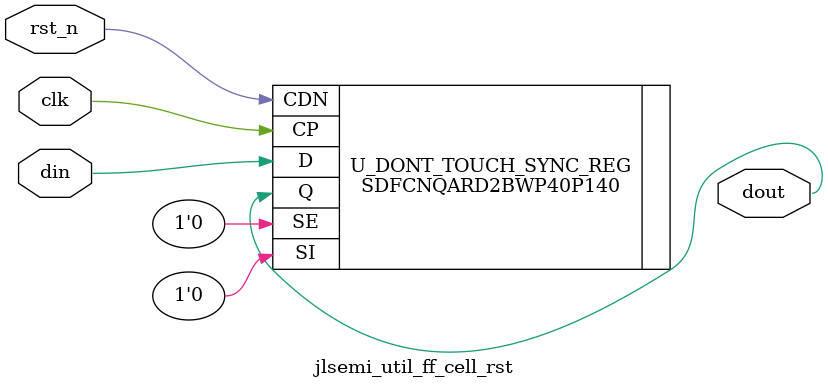
<source format=v>
module jlsemi_cell_logic_mux_cell (
    input   wire    I0,
    input   wire    I1,
    input   wire    S,
    output  wire    Z
);

MUX2D2BWP40P140 U_DONT_TOUCH_DATA_MUX (
    .I0 (I0 ),
    .I1 (I1 ),
    .S  (S  ),
    .Z  (Z  )
);

endmodule

// jlsemi_cell_clk_buf_cell
module jlsemi_cell_clk_buf_cell (
    input   wire    I,
    output  wire    Z
);

CKBD2BWP40P140 U_DONT_TOUCH_CLK_BUF (
    .I  (I  ),
    .Z  (Z  )
);

endmodule

// jlsemi_cell_clk_mux_cell
module jlsemi_cell_clk_mux_cell (
    input   wire    I0,
    input   wire    I1,
    input   wire    S,
    output  wire    Z
);

CKMUX2D2BWP40P140 U_DONT_TOUCH_DATA_MUX (
    .I0 (I0 ),
    .I1 (I1 ),
    .S  (S  ),
    .Z  (Z  )
);

endmodule

// jlsemi_cell_clk_gating_cell
module jlsemi_cell_clk_gating_cell (
    input   wire    TE,
    input   wire    E,
    input   wire    CP,
    output  wire    Q
);

CKLNQD2BWP40P140 U_DONT_TOUCH_CLK_GATING (
    .TE (TE ),
    .E  (E  ),
    .CP (CP ),
    .Q  (Q  )
);

endmodule

module jlsemi_util_ff_cell_rst (
    input   wire    clk,
    input   wire    rst_n,
    input   wire    din,
    output  wire    dout
);

SDFCNQARD2BWP40P140 U_DONT_TOUCH_SYNC_REG (
    .CP (clk   ),
    .CDN(rst_n ),
    .SI (1'b0  ),
    .SE (1'b0  ),
    .D  (din   ),
    .Q  (dout  )
);

endmodule

</source>
